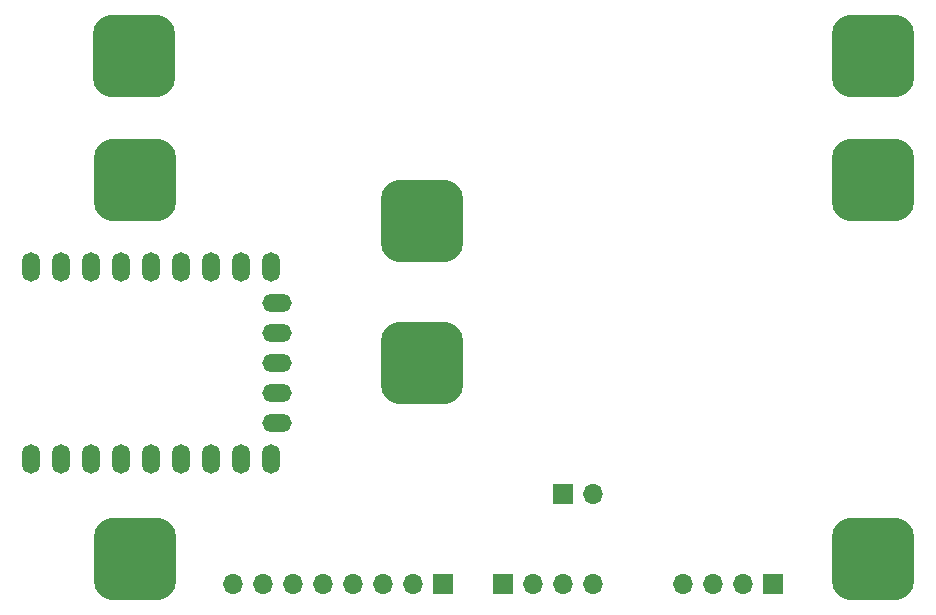
<source format=gbr>
%TF.GenerationSoftware,KiCad,Pcbnew,7.0.10-1.fc39*%
%TF.CreationDate,2024-02-17T16:59:11+01:00*%
%TF.ProjectId,morse_usb_keyboard,6d6f7273-655f-4757-9362-5f6b6579626f,rev?*%
%TF.SameCoordinates,Original*%
%TF.FileFunction,Soldermask,Bot*%
%TF.FilePolarity,Negative*%
%FSLAX46Y46*%
G04 Gerber Fmt 4.6, Leading zero omitted, Abs format (unit mm)*
G04 Created by KiCad (PCBNEW 7.0.10-1.fc39) date 2024-02-17 16:59:11*
%MOMM*%
%LPD*%
G01*
G04 APERTURE LIST*
G04 Aperture macros list*
%AMRoundRect*
0 Rectangle with rounded corners*
0 $1 Rounding radius*
0 $2 $3 $4 $5 $6 $7 $8 $9 X,Y pos of 4 corners*
0 Add a 4 corners polygon primitive as box body*
4,1,4,$2,$3,$4,$5,$6,$7,$8,$9,$2,$3,0*
0 Add four circle primitives for the rounded corners*
1,1,$1+$1,$2,$3*
1,1,$1+$1,$4,$5*
1,1,$1+$1,$6,$7*
1,1,$1+$1,$8,$9*
0 Add four rect primitives between the rounded corners*
20,1,$1+$1,$2,$3,$4,$5,0*
20,1,$1+$1,$4,$5,$6,$7,0*
20,1,$1+$1,$6,$7,$8,$9,0*
20,1,$1+$1,$8,$9,$2,$3,0*%
G04 Aperture macros list end*
%ADD10O,1.500000X2.500000*%
%ADD11O,2.500000X1.500000*%
%ADD12RoundRect,1.750000X-1.750000X-1.750000X1.750000X-1.750000X1.750000X1.750000X-1.750000X1.750000X0*%
%ADD13R,1.700000X1.700000*%
%ADD14O,1.700000X1.700000*%
G04 APERTURE END LIST*
D10*
%TO.C,U1*%
X97250000Y-77260000D03*
X99790000Y-77260000D03*
X102330000Y-77260000D03*
X104870000Y-77260000D03*
X107410000Y-77260000D03*
X109950000Y-77260000D03*
X112490000Y-77260000D03*
X115030000Y-77260000D03*
X117570000Y-77260000D03*
D11*
X118070000Y-80300000D03*
X118070000Y-82840000D03*
X118070000Y-85380000D03*
X118070000Y-87920000D03*
X118070000Y-90460000D03*
D10*
X117570000Y-93500000D03*
X115030000Y-93500000D03*
X112490000Y-93500000D03*
X109950000Y-93500000D03*
X107410000Y-93500000D03*
X104870000Y-93500000D03*
X102330000Y-93500000D03*
X99790000Y-93500000D03*
X97250000Y-93500000D03*
%TD*%
D12*
%TO.C,SW1*%
X105920000Y-59400000D03*
X106000000Y-69900000D03*
X106000000Y-102000000D03*
X130370000Y-73400000D03*
X130370000Y-85400000D03*
X168500000Y-59400000D03*
X168500000Y-69900000D03*
X168500000Y-102000000D03*
%TD*%
D13*
%TO.C,J4*%
X137160000Y-104140000D03*
D14*
X139700000Y-104140000D03*
X142240000Y-104140000D03*
X144780000Y-104140000D03*
%TD*%
D13*
%TO.C,J1*%
X142240000Y-96520000D03*
D14*
X144780000Y-96520000D03*
%TD*%
D13*
%TO.C,J3*%
X160020000Y-104140000D03*
D14*
X157480000Y-104140000D03*
X154940000Y-104140000D03*
X152400000Y-104140000D03*
%TD*%
D13*
%TO.C,J2*%
X132080000Y-104140000D03*
D14*
X129540000Y-104140000D03*
X127000000Y-104140000D03*
X124460000Y-104140000D03*
X121920000Y-104140000D03*
X119380000Y-104140000D03*
X116840000Y-104140000D03*
X114300000Y-104140000D03*
%TD*%
M02*

</source>
